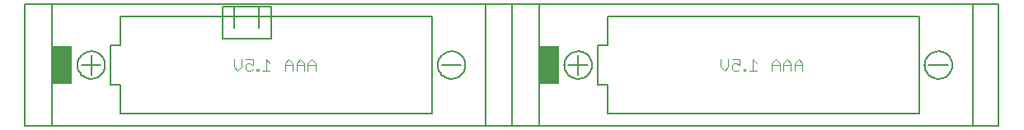
<source format=gbo>
G75*
G70*
%OFA0B0*%
%FSLAX24Y24*%
%IPPOS*%
%LPD*%
%AMOC8*
5,1,8,0,0,1.08239X$1,22.5*
%
%ADD10C,0.0050*%
%ADD11C,0.0040*%
%ADD12R,0.0787X0.1575*%
D10*
X000991Y000483D02*
X002094Y000483D01*
X002094Y005443D01*
X000991Y005443D01*
X000991Y000483D01*
X002094Y000483D02*
X019613Y000483D01*
X020676Y000483D01*
X021779Y000483D01*
X021779Y005443D01*
X020676Y005443D01*
X020676Y000483D01*
X020676Y005443D01*
X019613Y005443D01*
X019613Y000483D01*
X021779Y000483D02*
X039298Y000483D01*
X040361Y000483D01*
X040361Y005443D01*
X039298Y005443D01*
X039298Y000483D01*
X037133Y000994D02*
X024534Y000994D01*
X024534Y002176D01*
X024141Y002176D01*
X024141Y003750D01*
X024534Y003750D01*
X024534Y004931D01*
X037133Y004931D01*
X037133Y000994D01*
X037527Y002963D02*
X038314Y002963D01*
X037363Y002963D02*
X037365Y003010D01*
X037371Y003056D01*
X037380Y003102D01*
X037394Y003146D01*
X037411Y003190D01*
X037432Y003231D01*
X037456Y003271D01*
X037483Y003309D01*
X037514Y003344D01*
X037547Y003377D01*
X037583Y003407D01*
X037622Y003433D01*
X037662Y003457D01*
X037704Y003476D01*
X037748Y003493D01*
X037793Y003505D01*
X037839Y003514D01*
X037885Y003519D01*
X037932Y003520D01*
X037978Y003517D01*
X038024Y003510D01*
X038070Y003499D01*
X038114Y003485D01*
X038157Y003467D01*
X038198Y003445D01*
X038238Y003420D01*
X038275Y003392D01*
X038310Y003361D01*
X038342Y003327D01*
X038371Y003290D01*
X038396Y003252D01*
X038419Y003211D01*
X038438Y003168D01*
X038453Y003124D01*
X038465Y003079D01*
X038473Y003033D01*
X038477Y002986D01*
X038477Y002940D01*
X038473Y002893D01*
X038465Y002847D01*
X038453Y002802D01*
X038438Y002758D01*
X038419Y002715D01*
X038396Y002674D01*
X038371Y002636D01*
X038342Y002599D01*
X038310Y002565D01*
X038275Y002534D01*
X038238Y002506D01*
X038199Y002481D01*
X038157Y002459D01*
X038114Y002441D01*
X038070Y002427D01*
X038024Y002416D01*
X037978Y002409D01*
X037932Y002406D01*
X037885Y002407D01*
X037839Y002412D01*
X037793Y002421D01*
X037748Y002433D01*
X037704Y002450D01*
X037662Y002469D01*
X037622Y002493D01*
X037583Y002519D01*
X037547Y002549D01*
X037514Y002582D01*
X037483Y002617D01*
X037456Y002655D01*
X037432Y002695D01*
X037411Y002736D01*
X037394Y002780D01*
X037380Y002824D01*
X037371Y002870D01*
X037365Y002916D01*
X037363Y002963D01*
X023747Y002963D02*
X023353Y002963D01*
X022796Y002963D02*
X022798Y003010D01*
X022804Y003056D01*
X022813Y003102D01*
X022827Y003146D01*
X022844Y003190D01*
X022865Y003231D01*
X022889Y003271D01*
X022916Y003309D01*
X022947Y003344D01*
X022980Y003377D01*
X023016Y003407D01*
X023055Y003433D01*
X023095Y003457D01*
X023137Y003476D01*
X023181Y003493D01*
X023226Y003505D01*
X023272Y003514D01*
X023318Y003519D01*
X023365Y003520D01*
X023411Y003517D01*
X023457Y003510D01*
X023503Y003499D01*
X023547Y003485D01*
X023590Y003467D01*
X023631Y003445D01*
X023671Y003420D01*
X023708Y003392D01*
X023743Y003361D01*
X023775Y003327D01*
X023804Y003290D01*
X023829Y003252D01*
X023852Y003211D01*
X023871Y003168D01*
X023886Y003124D01*
X023898Y003079D01*
X023906Y003033D01*
X023910Y002986D01*
X023910Y002940D01*
X023906Y002893D01*
X023898Y002847D01*
X023886Y002802D01*
X023871Y002758D01*
X023852Y002715D01*
X023829Y002674D01*
X023804Y002636D01*
X023775Y002599D01*
X023743Y002565D01*
X023708Y002534D01*
X023671Y002506D01*
X023632Y002481D01*
X023590Y002459D01*
X023547Y002441D01*
X023503Y002427D01*
X023457Y002416D01*
X023411Y002409D01*
X023365Y002406D01*
X023318Y002407D01*
X023272Y002412D01*
X023226Y002421D01*
X023181Y002433D01*
X023137Y002450D01*
X023095Y002469D01*
X023055Y002493D01*
X023016Y002519D01*
X022980Y002549D01*
X022947Y002582D01*
X022916Y002617D01*
X022889Y002655D01*
X022865Y002695D01*
X022844Y002736D01*
X022827Y002780D01*
X022813Y002824D01*
X022804Y002870D01*
X022798Y002916D01*
X022796Y002963D01*
X022960Y002963D02*
X023353Y002963D01*
X023353Y003357D01*
X023353Y002963D02*
X023353Y002569D01*
X018629Y002963D02*
X017842Y002963D01*
X017678Y002963D02*
X017680Y003010D01*
X017686Y003056D01*
X017695Y003102D01*
X017709Y003146D01*
X017726Y003190D01*
X017747Y003231D01*
X017771Y003271D01*
X017798Y003309D01*
X017829Y003344D01*
X017862Y003377D01*
X017898Y003407D01*
X017937Y003433D01*
X017977Y003457D01*
X018019Y003476D01*
X018063Y003493D01*
X018108Y003505D01*
X018154Y003514D01*
X018200Y003519D01*
X018247Y003520D01*
X018293Y003517D01*
X018339Y003510D01*
X018385Y003499D01*
X018429Y003485D01*
X018472Y003467D01*
X018513Y003445D01*
X018553Y003420D01*
X018590Y003392D01*
X018625Y003361D01*
X018657Y003327D01*
X018686Y003290D01*
X018711Y003252D01*
X018734Y003211D01*
X018753Y003168D01*
X018768Y003124D01*
X018780Y003079D01*
X018788Y003033D01*
X018792Y002986D01*
X018792Y002940D01*
X018788Y002893D01*
X018780Y002847D01*
X018768Y002802D01*
X018753Y002758D01*
X018734Y002715D01*
X018711Y002674D01*
X018686Y002636D01*
X018657Y002599D01*
X018625Y002565D01*
X018590Y002534D01*
X018553Y002506D01*
X018514Y002481D01*
X018472Y002459D01*
X018429Y002441D01*
X018385Y002427D01*
X018339Y002416D01*
X018293Y002409D01*
X018247Y002406D01*
X018200Y002407D01*
X018154Y002412D01*
X018108Y002421D01*
X018063Y002433D01*
X018019Y002450D01*
X017977Y002469D01*
X017937Y002493D01*
X017898Y002519D01*
X017862Y002549D01*
X017829Y002582D01*
X017798Y002617D01*
X017771Y002655D01*
X017747Y002695D01*
X017726Y002736D01*
X017709Y002780D01*
X017695Y002824D01*
X017686Y002870D01*
X017680Y002916D01*
X017678Y002963D01*
X010932Y004046D02*
X008964Y004046D01*
X008964Y005345D01*
X010932Y005345D01*
X010932Y004046D01*
X010440Y004459D02*
X010440Y005345D01*
X009456Y005345D02*
X009456Y004459D01*
X004849Y004931D02*
X017448Y004931D01*
X017448Y000994D01*
X004849Y000994D01*
X004849Y002176D01*
X004456Y002176D01*
X004456Y003750D01*
X004849Y003750D01*
X004849Y004931D01*
X002094Y005443D02*
X019613Y005443D01*
X021779Y005443D02*
X039298Y005443D01*
X004062Y002963D02*
X003668Y002963D01*
X003111Y002963D02*
X003113Y003010D01*
X003119Y003056D01*
X003128Y003102D01*
X003142Y003146D01*
X003159Y003190D01*
X003180Y003231D01*
X003204Y003271D01*
X003231Y003309D01*
X003262Y003344D01*
X003295Y003377D01*
X003331Y003407D01*
X003370Y003433D01*
X003410Y003457D01*
X003452Y003476D01*
X003496Y003493D01*
X003541Y003505D01*
X003587Y003514D01*
X003633Y003519D01*
X003680Y003520D01*
X003726Y003517D01*
X003772Y003510D01*
X003818Y003499D01*
X003862Y003485D01*
X003905Y003467D01*
X003946Y003445D01*
X003986Y003420D01*
X004023Y003392D01*
X004058Y003361D01*
X004090Y003327D01*
X004119Y003290D01*
X004144Y003252D01*
X004167Y003211D01*
X004186Y003168D01*
X004201Y003124D01*
X004213Y003079D01*
X004221Y003033D01*
X004225Y002986D01*
X004225Y002940D01*
X004221Y002893D01*
X004213Y002847D01*
X004201Y002802D01*
X004186Y002758D01*
X004167Y002715D01*
X004144Y002674D01*
X004119Y002636D01*
X004090Y002599D01*
X004058Y002565D01*
X004023Y002534D01*
X003986Y002506D01*
X003947Y002481D01*
X003905Y002459D01*
X003862Y002441D01*
X003818Y002427D01*
X003772Y002416D01*
X003726Y002409D01*
X003680Y002406D01*
X003633Y002407D01*
X003587Y002412D01*
X003541Y002421D01*
X003496Y002433D01*
X003452Y002450D01*
X003410Y002469D01*
X003370Y002493D01*
X003331Y002519D01*
X003295Y002549D01*
X003262Y002582D01*
X003231Y002617D01*
X003204Y002655D01*
X003180Y002695D01*
X003159Y002736D01*
X003142Y002780D01*
X003128Y002824D01*
X003119Y002870D01*
X003113Y002916D01*
X003111Y002963D01*
X003275Y002963D02*
X003668Y002963D01*
X003668Y003357D01*
X003668Y002963D02*
X003668Y002569D01*
D11*
X009438Y002886D02*
X009438Y003193D01*
X009744Y003193D02*
X009744Y002886D01*
X009591Y002733D01*
X009438Y002886D01*
X009898Y002810D02*
X009975Y002733D01*
X010128Y002733D01*
X010205Y002810D01*
X010358Y002810D02*
X010358Y002733D01*
X010435Y002733D01*
X010435Y002810D01*
X010358Y002810D01*
X010588Y002733D02*
X010895Y002733D01*
X010742Y002733D02*
X010742Y003193D01*
X010895Y003040D01*
X011509Y003040D02*
X011509Y002733D01*
X011816Y002733D02*
X011816Y003040D01*
X011663Y003193D01*
X011509Y003040D01*
X011509Y002963D02*
X011816Y002963D01*
X011970Y002963D02*
X012277Y002963D01*
X012277Y003040D02*
X012123Y003193D01*
X011970Y003040D01*
X011970Y002733D01*
X012277Y002733D02*
X012277Y003040D01*
X012430Y003040D02*
X012430Y002733D01*
X012737Y002733D02*
X012737Y003040D01*
X012584Y003193D01*
X012430Y003040D01*
X012430Y002963D02*
X012737Y002963D01*
X010205Y002963D02*
X010051Y003040D01*
X009975Y003040D01*
X009898Y002963D01*
X009898Y002810D01*
X010205Y002963D02*
X010205Y003193D01*
X009898Y003193D01*
X029123Y003193D02*
X029123Y002886D01*
X029276Y002733D01*
X029429Y002886D01*
X029429Y003193D01*
X029583Y003193D02*
X029890Y003193D01*
X029890Y002963D01*
X029736Y003040D01*
X029660Y003040D01*
X029583Y002963D01*
X029583Y002810D01*
X029660Y002733D01*
X029813Y002733D01*
X029890Y002810D01*
X030043Y002810D02*
X030043Y002733D01*
X030120Y002733D01*
X030120Y002810D01*
X030043Y002810D01*
X030274Y002733D02*
X030580Y002733D01*
X030427Y002733D02*
X030427Y003193D01*
X030580Y003040D01*
X031194Y003040D02*
X031194Y002733D01*
X031501Y002733D02*
X031501Y003040D01*
X031348Y003193D01*
X031194Y003040D01*
X031194Y002963D02*
X031501Y002963D01*
X031655Y002963D02*
X031962Y002963D01*
X031962Y003040D02*
X031808Y003193D01*
X031655Y003040D01*
X031655Y002733D01*
X031962Y002733D02*
X031962Y003040D01*
X032115Y003040D02*
X032115Y002733D01*
X032422Y002733D02*
X032422Y003040D01*
X032269Y003193D01*
X032115Y003040D01*
X032115Y002963D02*
X032422Y002963D01*
D12*
X022172Y002963D03*
X002487Y002963D03*
M02*

</source>
